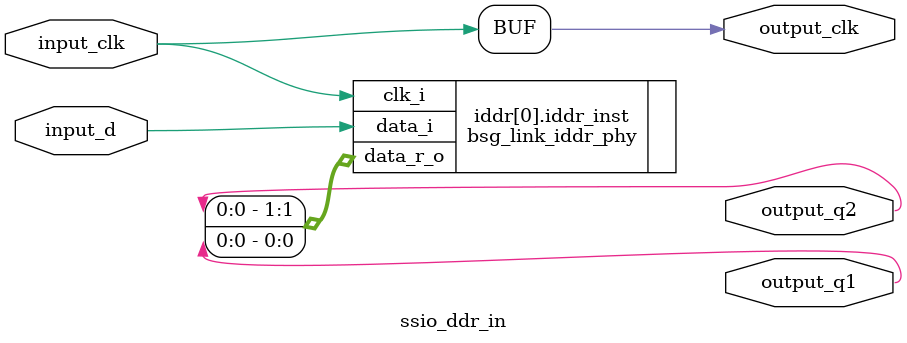
<source format=v>
/*

Copyright (c) 2016-2018 Alex Forencich

Permission is hereby granted, free of charge, to any person obtaining a copy
of this software and associated documentation files (the "Software"), to deal
in the Software without restriction, including without limitation the rights
to use, copy, modify, merge, publish, distribute, sublicense, and/or sell
copies of the Software, and to permit persons to whom the Software is
furnished to do so, subject to the following conditions:

The above copyright notice and this permission notice shall be included in
all copies or substantial portions of the Software.

THE SOFTWARE IS PROVIDED "AS IS", WITHOUT WARRANTY OF ANY KIND, EXPRESS OR
IMPLIED, INCLUDING BUT NOT LIMITED TO THE WARRANTIES OF MERCHANTABILITY
FITNESS FOR A PARTICULAR PURPOSE AND NONINFRINGEMENT. IN NO EVENT SHALL THE
AUTHORS OR COPYRIGHT HOLDERS BE LIABLE FOR ANY CLAIM, DAMAGES OR OTHER
LIABILITY, WHETHER IN AN ACTION OF CONTRACT, TORT OR OTHERWISE, ARISING FROM,
OUT OF OR IN CONNECTION WITH THE SOFTWARE OR THE USE OR OTHER DEALINGS IN
THE SOFTWARE.

*/

// Language: Verilog 2001

`timescale 1ns / 1ps

/*
 * Generic source synchronous DDR input
 */
module ssio_ddr_in #
(
    // Width of register in bits
    parameter WIDTH = 1
)
(
    input  wire             input_clk,

    input  wire [WIDTH-1:0] input_d,

    output wire             output_clk,

    output wire [WIDTH-1:0] output_q1,
    output wire [WIDTH-1:0] output_q2
);

wire clk_int;
reg [WIDTH-1:0] delayed_d;
genvar n;
generate
for (n = 0; n < WIDTH; n = n + 1) begin : iddr
    bsg_link_iddr_phy #(.width_p(1))
      iddr_inst (
        .clk_i(input_clk)
       ,.data_i(input_d[n])
       ,.data_r_o({output_q2[n], output_q1[n]})
      );
end
endgenerate

assign output_clk = input_clk;

endmodule

</source>
